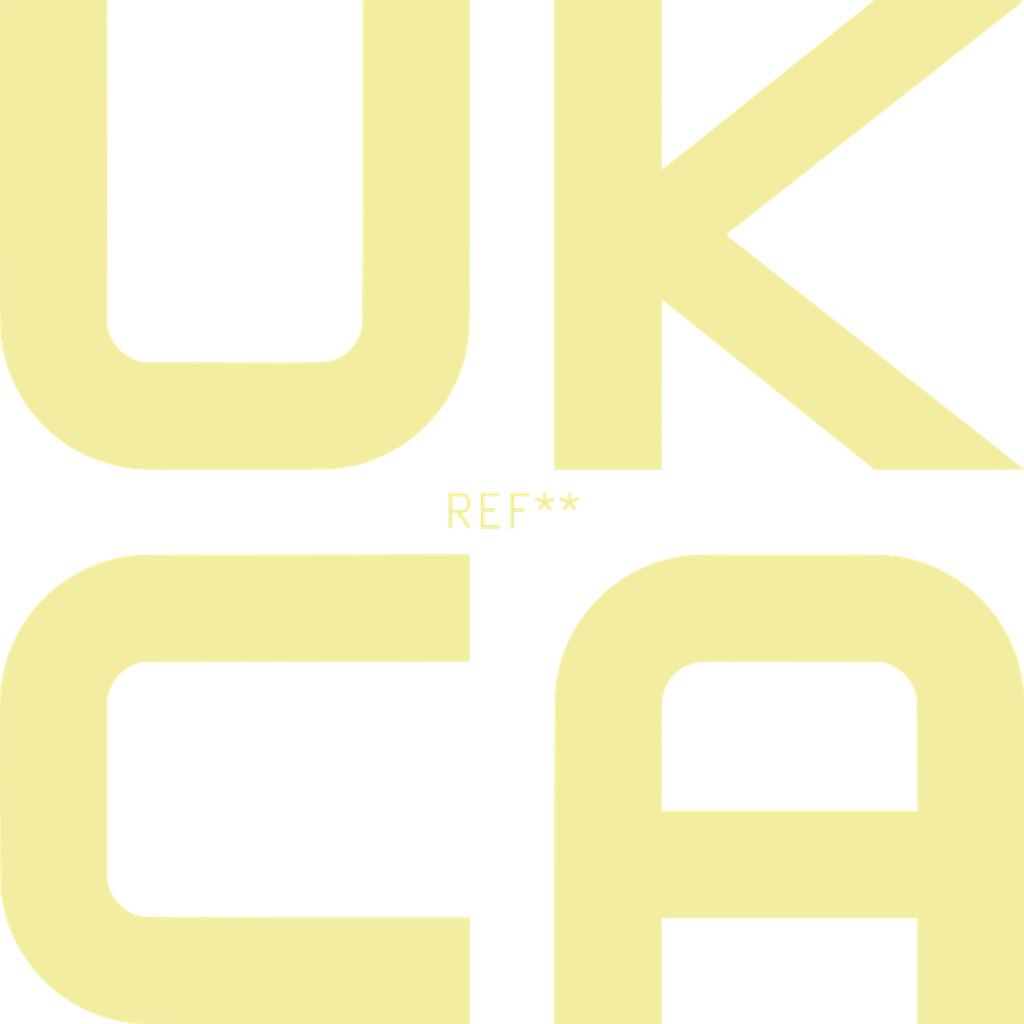
<source format=kicad_pcb>
(kicad_pcb (version 20240108) (generator pcbnew)
  (layers (0 "F.Cu" signal) (31 "B.Cu" signal) (34 "B.Paste" user) (35 "F.Paste" user) (36 "B.SilkS" user "B.Silkscreen") (37 "F.SilkS" user "F.Silkscreen") (38 "B.Mask" user) (39 "F.Mask" user) (44 "Edge.Cuts" user))
  (net 0 "")
  (footprint "UKCA-Logo_40x40mm_SilkScreen" (layer "F.Cu") (at 0 0)
    (property "Reference" "REF**")
    (property "Value" "UKCA-Logo_40x40mm_SilkScreen")
    (fp_poly (pts (xy 5.842 -16.689917) (xy 5.842066 -16.318965) (xy 5.842262 -15.959685) (xy 5.842578 -15.614343) (xy 5.843009 -15.285205) (xy 5.843546 -14.974534) (xy 5.844183 -14.684597) (xy 5.844913 -14.41766) (xy 5.845727 -14.175986) (xy 5.846619 -13.961841) (xy 5.847581 -13.777491) (xy 5.848607 -13.625201) (xy 5.849688 -13.507236) (xy 5.850819 -13.425861) (xy 5.85199 -13.383341) (xy 5.852632 -13.377334) (xy 5.869876 -13.390375) (xy 5.918768 -13.428752) (xy 5.997904 -13.491345) (xy 6.105883 -13.577037) (xy 6.2413 -13.684707) (xy 6.402756 -13.813237) (xy 6.588846 -13.961507) (xy 6.798168 -14.128399) (xy 7.029321 -14.312793) (xy 7.280901 -14.513571) (xy 7.551507 -14.729614) (xy 7.839736 -14.959801) (xy 8.144186 -15.203015) (xy 8.463453 -15.458137) (xy 8.796137 -15.724046) (xy 9.140834 -15.999625) (xy 9.496142 -16.283753) (xy 9.860659 -16.575313) (xy 10.003918 -16.689917) (xy 14.144572 -20.0025) (xy 17.07824 -20.0025) (xy 17.489059 -20.002489) (xy 17.859589 -20.002437) (xy 18.191874 -20.002316) (xy 18.487957 -20.002098) (xy 18.749884 -20.001755) (xy 18.979697 -20.001258) (xy 19.179441 -20.00058) (xy 19.35116 -19.999693) (xy 19.496899 -19.998568) (xy 19.6187 -19.997177) (xy 19.718609 -19.995492) (xy 19.798668 -19.993486) (xy 19.860923 -19.991129) (xy 19.907417 -19.988394) (xy 19.940195 -19.985254) (xy 19.9613 -19.981678) (xy 19.972776 -19.977641) (xy 19.976668 -19.973113) (xy 19.975019 -19.968066) (xy 19.970162 -19.962747) (xy 19.950516 -19.946793) (xy 19.898782 -19.905657) (xy 19.816171 -19.840293) (xy 19.703896 -19.751652) (xy 19.563171 -19.64069) (xy 19.395208 -19.50836) (xy 19.201219 -19.355615) (xy 18.982418 -19.183409) (xy 18.740016 -18.992696) (xy 18.475228 -18.784429) (xy 18.189265 -18.559561) (xy 17.88334 -18.319047) (xy 17.558667 -18.063839) (xy 17.216457 -17.794892) (xy 16.857924 -17.513159) (xy 16.48428 -17.219594) (xy 16.096739 -16.91515) (xy 15.696512 -16.60078) (xy 15.284812 -16.277439) (xy 14.862853 -15.94608) (xy 14.431847 -15.607657) (xy 14.19225 -15.419544) (xy 13.756745 -15.077606) (xy 13.3296 -14.742183) (xy 12.912028 -14.414232) (xy 12.505245 -14.094705) (xy 12.110463 -13.78456) (xy 11.728897 -13.484749) (xy 11.36176 -13.196229) (xy 11.010268 -12.919953) (xy 10.675633 -12.656878) (xy 10.35907 -12.407958) (xy 10.061793 -12.174147) (xy 9.785016 -11.956401) (xy 9.529953 -11.755675) (xy 9.297817 -11.572923) (xy 9.089824 -11.409101) (xy 8.907186 -11.265163) (xy 8.751119 -11.142064) (xy 8.622835 -11.040759) (xy 8.52355 -10.962203) (xy 8.454476 -10.907351) (xy 8.416829 -10.877158) (xy 8.409972 -10.871423) (xy 8.363861 -10.82675) (xy 14.18318 -6.255538) (xy 14.621326 -5.911317) (xy 15.050879 -5.573754) (xy 15.470647 -5.243789) (xy 15.879437 -4.922362) (xy 16.276058 -4.610412) (xy 16.659317 -4.308881) (xy 17.028021 -4.018708) (xy 17.380978 -3.740833) (xy 17.716996 -3.476196) (xy 18.034881 -3.225737) (xy 18.333443 -2.990397) (xy 18.611489 -2.771115) (xy 18.867825 -2.568832) (xy 19.10126 -2.384488) (xy 19.310601 -2.219022) (xy 19.494656 -2.073374) (xy 19.652233 -1.948486) (xy 19.782138 -1.845296) (xy 19.883181 -1.764745) (xy 19.954167 -1.707774) (xy 19.993906 -1.675321) (xy 20.0025 -1.667663) (xy 19.981735 -1.665677) (xy 19.921051 -1.663758) (xy 19.82286 -1.661921) (xy 19.689576 -1.660179) (xy 19.523612 -1.658546) (xy 19.327382 -1.657035) (xy 19.103299 -1.65566) (xy 18.853777 -1.654436) (xy 18.581228 -1.653376) (xy 18.288066 -1.652493) (xy 17.976705 -1.651802) (xy 17.649558 -1.651317) (xy 17.309039 -1.65105) (xy 17.084142 -1.651) (xy 14.165784 -1.651) (xy 10.009183 -4.976287) (xy 5.852583 -8.301574) (xy 5.847225 -4.976287) (xy 5.841868 -1.651) (xy 1.651 -1.651) (xy 1.651 -20.0025) (xy 5.842 -20.0025) (xy 5.842 -16.689917)) (layer "F.SilkS") (stroke (width 0.01)) (fill solid))
    (fp_poly (pts (xy -1.651 5.841523) (xy -14.44625 5.852583) (xy -14.604421 5.901588) (xy -14.863726 6.002555) (xy -15.096011 6.135885) (xy -15.300143 6.300444) (xy -15.474988 6.495098) (xy -15.61941 6.718711) (xy -15.732275 6.97015) (xy -15.762663 7.059871) (xy -15.822084 7.249583) (xy -15.822084 14.38275) (xy -15.77497 14.559382) (xy -15.685951 14.815559) (xy -15.563156 15.048371) (xy -15.40928 15.255428) (xy -15.227013 15.434341) (xy -15.019049 15.582721) (xy -14.788081 15.698178) (xy -14.536801 15.778324) (xy -14.365344 15.810149) (xy -14.328965 15.812642) (xy -14.257353 15.814981) (xy -14.150091 15.817168) (xy -14.006765 15.819204) (xy -13.826957 15.82109) (xy -13.610254 15.822828) (xy -13.356238 15.824419) (xy -13.064494 15.825866) (xy -12.734606 15.827168) (xy -12.366159 15.828329) (xy -11.958737 15.829348) (xy -11.511924 15.830229) (xy -11.025304 15.830971) (xy -10.498462 15.831577) (xy -9.930982 15.832048) (xy -9.322448 15.832386) (xy -8.672445 15.832591) (xy -7.980556 15.832666) (xy -1.651 15.832666) (xy -1.651 20.0025) (xy -8.154459 19.999718) (xy -8.678162 19.999439) (xy -9.191712 19.999057) (xy -9.693445 19.998579) (xy -10.181693 19.998007) (xy -10.654791 19.997348) (xy -11.111072 19.996607) (xy -11.54887 19.995787) (xy -11.966519 19.994895) (xy -12.362353 19.993936) (xy -12.734706 19.992913) (xy -13.081911 19.991833) (xy -13.402303 19.9907) (xy -13.694215 19.989519) (xy -13.955981 19.988295) (xy -14.185935 19.987033) (xy -14.382411 19.985739) (xy -14.543742 19.984416) (xy -14.668263 19.98307) (xy -14.754307 19.981706) (xy -14.800209 19.980329) (xy -14.806084 19.979894) (xy -15.30354 19.901941) (xy -15.786311 19.78481) (xy -16.252737 19.629601) (xy -16.70116 19.437414) (xy -17.129923 19.20935) (xy -17.537367 18.946508) (xy -17.921834 18.649991) (xy -18.281665 18.320897) (xy -18.615204 17.960327) (xy -18.92079 17.569381) (xy -19.196768 17.149161) (xy -19.27563 17.013861) (xy -19.476531 16.621319) (xy -19.64788 16.204845) (xy -19.790572 15.761828) (xy -19.905503 15.289658) (xy -19.953345 15.038916) (xy -19.957923 15.01039) (xy -19.96212 14.978311) (xy -19.965957 14.940773) (xy -19.969456 14.895873) (xy -19.972636 14.841704) (xy -19.975519 14.776361) (xy -19.978126 14.69794) (xy -19.980477 14.604535) (xy -19.982593 14.494242) (xy -19.984494 14.365155) (xy -19.986203 14.21537) (xy -19.987739 14.042981) (xy -19.989123 13.846083) (xy -19.990375 13.622771) (xy -19.991518 13.37114) (xy -19.992571 13.089285) (xy -19.993555 12.775301) (xy -19.994492 12.427283) (xy -19.995401 12.043326) (xy -19.996304 11.621525) (xy -19.997221 11.159974) (xy -19.997555 10.9855) (xy -19.998472 10.451589) (xy -19.999108 9.959063) (xy -19.999461 9.506974) (xy -19.999527 9.094374) (xy -19.999301 8.720315) (xy -19.998781 8.383849) (xy -19.997961 8.084028) (xy -19.996839 7.819905) (xy -19.995411 7.590531) (xy -19.993672 7.394959) (xy -19.99162 7.232241) (xy -19.98925 7.101428) (xy -19.986558 7.001574) (xy -19.983542 6.93173) (xy -19.981248 6.900333) (xy -19.913853 6.423072) (xy -19.805562 5.952399) (xy -19.657658 5.491302) (xy -19.471423 5.042766) (xy -19.248143 4.609778) (xy -18.989099 4.195325) (xy -18.695576 3.802393) (xy -18.601754 3.690051) (xy -18.264765 3.328591) (xy -17.901818 3.000363) (xy -17.513729 2.705807) (xy -17.101318 2.445367) (xy -16.665402 2.219484) (xy -16.2068 2.0286) (xy -15.726328 1.873158) (xy -15.224806 1.753599) (xy -14.919941 1.700158) (xy -14.894889 1.696625) (xy -14.866542 1.69332) (xy -14.833461 1.690232) (xy -14.794208 1.687353) (xy -14.747346 1.684673) (xy -14.691437 1.682184) (xy -14.625043 1.679875) (xy -14.546727 1.677738) (xy -14.455051 1.675763) (xy -14.348577 1.673941) (xy -14.225867 1.672264) (xy -14.085483 1.670721) (xy -13.925989 1.669303) (xy -13.745945 1.668001) (xy -13.543915 1.666806) (xy -13.31846 1.665709) (xy -13.068143 1.6647) (xy -12.791526 1.66377) (xy -12.487171 1.66291) (xy -12.153641 1.66211) (xy -11.789498 1.661362) (xy -11.393304 1.660656) (xy -10.963621 1.659983) (xy -10.499011 1.659333) (xy -9.998038 1.658698) (xy -9.459262 1.658068) (xy -8.881247 1.657433) (xy -8.262554 1.656785) (xy -8.165042 1.656685) (xy -1.651 1.650016) (xy -1.651 5.841523)) (layer "F.SilkS") (stroke (width 0.01)) (fill solid))
    (fp_poly (pts (xy -15.827648 -13.636625) (xy -15.822084 -7.27075) (xy -15.774583 -7.101417) (xy -15.680929 -6.841975) (xy -15.553272 -6.606898) (xy -15.393533 -6.398156) (xy -15.203631 -6.217716) (xy -14.985486 -6.067549) (xy -14.741019 -5.949621) (xy -14.604421 -5.901782) (xy -14.44625 -5.85297) (xy -10.923225 -5.847061) (xy -10.458614 -5.846271) (xy -10.034356 -5.845568) (xy -9.648468 -5.845006) (xy -9.29897 -5.844641) (xy -8.98388 -5.844527) (xy -8.701217 -5.844721) (xy -8.449 -5.845277) (xy -8.225247 -5.846251) (xy -8.027978 -5.847697) (xy -7.85521 -5.849671) (xy -7.704964 -5.852229) (xy -7.575257 -5.855424) (xy -7.464108 -5.859314) (xy -7.369536 -5.863952) (xy -7.289559 -5.869394) (xy -7.222198 -5.875696) (xy -7.165469 -5.882912) (xy -7.117392 -5.891098) (xy -7.075987 -5.900308) (xy -7.03927 -5.910599) (xy -7.005262 -5.922025) (xy -6.97198 -5.934642) (xy -6.937444 -5.948505) (xy -6.911761 -5.958859) (xy -6.724015 -6.044634) (xy -6.562177 -6.144159) (xy -6.410135 -6.268065) (xy -6.337602 -6.33762) (xy -6.162736 -6.53971) (xy -6.026555 -6.758351) (xy -5.927884 -6.995834) (xy -5.865547 -7.254453) (xy -5.864612 -7.260167) (xy -5.862141 -7.293972) (xy -5.859821 -7.364187) (xy -5.857649 -7.47116) (xy -5.855626 -7.61524) (xy -5.85375 -7.796778) (xy -5.852019 -8.016121) (xy -5.850433 -8.273619) (xy -5.848989 -8.569622) (xy -5.847688 -8.904478) (xy -5.846527 -9.278536) (xy -5.845506 -9.692147) (xy -5.844623 -10.145658) (xy -5.843877 -10.639418) (xy -5.843267 -11.173778) (xy -5.842791 -11.749087) (xy -5.842449 -12.365692) (xy -5.842239 -13.023944) (xy -5.84216 -13.700125) (xy -5.842 -20.0025) (xy -1.651 -20.0025) (xy -1.651052 -13.689542) (xy -1.651133 -12.997941) (xy -1.651363 -12.342476) (xy -1.651742 -11.723528) (xy -1.652268 -11.141474) (xy -1.65294 -10.596694) (xy -1.653756 -10.089567) (xy -1.654715 -9.620472) (xy -1.655817 -9.189788) (xy -1.657059 -8.797894) (xy -1.658441 -8.445168) (xy -1.659962 -8.13199) (xy -1.661619 -7.858739) (xy -1.663412 -7.625794) (xy -1.66534 -7.433533) (xy -1.667401 -7.282336) (xy -1.669595 -7.172581) (xy -1.671919 -7.104649) (xy -1.672762 -7.090834) (xy -1.73065 -6.587118) (xy -1.826865 -6.100942) (xy -1.96185 -5.631146) (xy -2.136049 -5.176571) (xy -2.349906 -4.736058) (xy -2.603865 -4.308449) (xy -2.896771 -3.894667) (xy -2.981575 -3.791501) (xy -3.092038 -3.668244) (xy -3.221183 -3.531768) (xy -3.362033 -3.388945) (xy -3.50761 -3.246646) (xy -3.650937 -3.111743) (xy -3.785036 -2.991108) (xy -3.90293 -2.891611) (xy -3.961785 -2.845812) (xy -4.382437 -2.557267) (xy -4.815501 -2.309148) (xy -5.261588 -2.101228) (xy -5.721312 -1.933278) (xy -6.195284 -1.805067) (xy -6.684117 -1.716369) (xy -7.101417 -1.672603) (xy -7.148072 -1.670784) (xy -7.234294 -1.669046) (xy -7.357315 -1.667393) (xy -7.51437 -1.665827) (xy -7.702692 -1.66435) (xy -7.919515 -1.662966) (xy -8.162071 -1.661677) (xy -8.427594 -1.660486) (xy -8.713318 -1.659395) (xy -9.016476 -1.658408) (xy -9.334302 -1.657527) (xy -9.664028 -1.656754) (xy -10.002888 -1.656093) (xy -10.348116 -1.655547) (xy -10.696945 -1.655117) (xy -11.046609 -1.654806) (xy -11.394341 -1.654619) (xy -11.737374 -1.654556) (xy -12.072942 -1.65462) (xy -12.398277 -1.654816) (xy -12.710615 -1.655144) (xy -13.007187 -1.655608) (xy -13.285228 -1.656211) (xy -13.541971 -1.656956) (xy -13.774649 -1.657844) (xy -13.980496 -1.658879) (xy -14.156744 -1.660064) (xy -14.300629 -1.6614) (xy -14.409382 -1.662892) (xy -14.480237 -1.664541) (xy -14.499167 -1.665344) (xy -14.969846 -1.712262) (xy -15.439484 -1.799302) (xy -15.903483 -1.924706) (xy -16.357245 -2.086715) (xy -16.796172 -2.283572) (xy -17.215665 -2.51352) (xy -17.611125 -2.774799) (xy -17.822154 -2.935576) (xy -18.19383 -3.260556) (xy -18.535268 -3.614168) (xy -18.84501 -3.994041) (xy -19.121596 -4.397803) (xy -19.363568 -4.823082) (xy -19.569465 -5.267507) (xy -19.737829 -5.728706) (xy -19.867201 -6.204307) (xy -19.885913 -6.289739) (xy -19.896892 -6.341032) (xy -19.907161 -6.388454) (xy -19.916743 -6.433479) (xy -19.925663 -6.477581) (xy -19.933943 -6.522236) (xy -19.941607 -6.568918) (xy -19.94868 -6.619102) (xy -19.955185 -6.67426) (xy -19.961145 -6.73587) (xy -19.966584 -6.805403) (xy -19.971527 -6.884336) (xy -19.975996 -6.974143) (xy -19.980016 -7.076297) (xy -19.98361 -7.192274) (xy -19.986802 -7.323548) (xy -19.989615 -7.471593) (xy -19.992074 -7.637885) (xy -19.994201 -7.823896) (xy -19.996021 -8.031103) (xy -19.997558 -8.260979) (xy -19.998834 -8.514998) (xy -19.999875 -8.794636) (xy -20.000703 -9.101366) (xy -20.001342 -9.436664) (xy -20.001816 -9.802003) (xy -20.002148 -10.198859) (xy -20.002363 -10.628705) (xy -20.002484 -11.093015) (xy -20.002534 -11.593266) (xy -20.002538 -12.13093) (xy -20.002519 -12.707483) (xy -20.002501 -13.324399) (xy -20.0025 -13.541246) (xy -20.0025 -20.0025) (xy -15.833213 -20.0025) (xy -15.827648 -13.636625)) (layer "F.SilkS") (stroke (width 0.01)) (fill solid))
    (fp_poly (pts (xy 10.461116 1.661572) (xy 10.816166 1.661583) (xy 11.294987 1.661571) (xy 11.733512 1.661571) (xy 12.133778 1.661635) (xy 12.497824 1.661816) (xy 12.827685 1.662167) (xy 13.125399 1.662738) (xy 13.393005 1.663585) (xy 13.632539 1.664757) (xy 13.846038 1.666309) (xy 14.03554 1.668293) (xy 14.203082 1.670761) (xy 14.350702 1.673765) (xy 14.480437 1.677359) (xy 14.594324 1.681595) (xy 14.6944 1.686524) (xy 14.782704 1.692201) (xy 14.861272 1.698676) (xy 14.932142 1.706004) (xy 14.997351 1.714235) (xy 15.058936 1.723423) (xy 15.118935 1.733621) (xy 15.179385 1.74488) (xy 15.242324 1.757253) (xy 15.309788 1.770793) (xy 15.347523 1.77835) (xy 15.665141 1.850094) (xy 15.96417 1.936156) (xy 16.257401 2.04098) (xy 16.557623 2.169014) (xy 16.785166 2.278001) (xy 17.216988 2.516319) (xy 17.623395 2.787491) (xy 18.002964 3.08949) (xy 18.354273 3.420292) (xy 18.675898 3.777872) (xy 18.966418 4.160205) (xy 19.224409 4.565265) (xy 19.448449 4.991028) (xy 19.637115 5.435468) (xy 19.788984 5.89656) (xy 19.902633 6.37228) (xy 19.971278 6.813084) (xy 19.974325 6.843486) (xy 19.977173 6.881781) (xy 19.979827 6.929369) (xy 19.982295 6.987652) (xy 19.984582 7.058028) (xy 19.986696 7.1419) (xy 19.988642 7.240666) (xy 19.990428 7.355728) (xy 19.992059 7.488485) (xy 19.993543 7.640339) (xy 19.994886 7.812689) (xy 19.996094 8.006936) (xy 19.997173 8.224481) (xy 19.998131 8.466723) (xy 19.998974 8.735063) (xy 19.999708 9.030902) (xy 20.000339 9.35564) (xy 20.000875 9.710677) (xy 20.001322 10.097414) (xy 20.001686 10.517251) (xy 20.001974 10.971588) (xy 20.002192 11.461826) (xy 20.002346 11.989366) (xy 20.002444 12.555607) (xy 20.002492 13.16195) (xy 20.0025 13.541245) (xy 20.0025 20.0025) (xy 15.832666 20.0025) (xy 15.832666 15.853833) (xy 5.842 15.853833) (xy 5.842 20.0025) (xy 1.651 20.0025) (xy 1.651051 13.689541) (xy 1.651131 13.007111) (xy 1.651359 12.359255) (xy 1.651734 11.746446) (xy 1.651809 11.662833) (xy 5.842 11.662833) (xy 15.834158 11.662833) (xy 15.827731 9.466791) (xy 15.826691 9.114098) (xy 15.825715 8.801154) (xy 15.824747 8.525373) (xy 15.823727 8.284173) (xy 15.822596 8.074966) (xy 15.821297 7.895171) (xy 15.819771 7.742201) (xy 15.817959 7.613472) (xy 15.815802 7.506399) (xy 15.813243 7.418399) (xy 15.810223 7.346886) (xy 15.806683 7.289276) (xy 15.802565 7.242984) (xy 15.797811 7.205425) (xy 15.792361 7.174016) (xy 15.786157 7.146172) (xy 15.779141 7.119307) (xy 15.774193 7.101416) (xy 15.681277 6.842443) (xy 15.554294 6.607745) (xy 15.39514 6.399267) (xy 15.205716 6.218957) (xy 14.987918 6.068762) (xy 14.743646 5.950629) (xy 14.60442 5.901784) (xy 14.44625 5.852975) (xy 10.943166 5.846449) (xy 10.443793 5.845617) (xy 9.985621 5.845062) (xy 9.567517 5.84479) (xy 9.18835 5.844806) (xy 8.846988 5.845115) (xy 8.542298 5.845723) (xy 8.273149 5.846636) (xy 8.03841 5.847857) (xy 7.836947 5.849394) (xy 7.667629 5.851251) (xy 7.529325 5.853434) (xy 7.420901 5.855947) (xy 7.341227 5.858797) (xy 7.28917 5.861988) (xy 7.272527 5.8638) (xy 7.02112 5.920326) (xy 6.784845 6.014177) (xy 6.567195 6.141976) (xy 6.371666 6.300346) (xy 6.201752 6.485909) (xy 6.060949 6.695288) (xy 5.95275 6.925106) (xy 5.880651 7.171986) (xy 5.871886 7.217363) (xy 5.86703 7.252665) (xy 5.862716 7.302521) (xy 5.858916 7.369219) (xy 5.855599 7.455047) (xy 5.852738 7.562293) (xy 5.850303 7.693246) (xy 5.848265 7.850194) (xy 5.846595 8.035426) (xy 5.845265 8.251228) (xy 5.844245 8.499891) (xy 5.843507 8.783701) (xy 5.843021 9.104948) (xy 5.842759 9.465919) (xy 5.842738 9.519708) (xy 5.842 11.662833) (xy 1.651809 11.662833) (xy 1.652254 11.169155) (xy 1.652917 10.627851) (xy 1.653722 10.123007) (xy 1.654667 9.655092) (xy 1.655751 9.224578) (xy 1.656972 8.831935) (xy 1.658329 8.477634) (xy 1.659821 8.162147) (xy 1.661444 7.885944) (xy 1.663199 7.649496) (xy 1.665084 7.453274) (xy 1.667096 7.297748) (xy 1.669235 7.18339) (xy 1.671499 7.11067) (xy 1.672619 7.090833) (xy 1.730989 6.585566) (xy 1.828771 6.09555) (xy 1.965805 5.621197) (xy 2.141927 5.162916) (xy 2.356977 4.721119) (xy 2.610792 4.296219) (xy 2.903211 3.888624) (xy 2.960831 3.816013) (xy 3.058906 3.70105) (xy 3.181224 3.568123) (xy 3.319565 3.425323) (xy 3.465714 3.280739) (xy 3.611451 3.142461) (xy 3.748558 3.018577) (xy 3.868818 2.917177) (xy 3.894666 2.896771) (xy 4.284275 2.619305) (xy 4.696775 2.373001) (xy 5.126979 2.160266) (xy 5.569695 1.983506) (xy 6.019737 1.845126) (xy 6.307666 1.77813) (xy 6.376749 1.76397) (xy 6.439989 1.751004) (xy 6.499413 1.739179) (xy 6.557054 1.728443) (xy 6.614939 1.718744) (xy 6.675101 1.710028) (xy 6.739567 1.702244) (xy 6.810368 1.695338) (xy 6.889534 1.689259) (xy 6.979095 1.683955) (xy 7.08108 1.679371) (xy 7.19752 1.675457) (xy 7.330444 1.672159) (xy 7.481883 1.669426) (xy 7.653865 1.667204) (xy 7.848421 1.665441) (xy 8.067581 1.664085) (xy 8.313375 1.663083) (xy 8.587832 1.662383) (xy 8.892983 1.661932) (xy 9.230857 1.661678) (xy 9.603483 1.661569) (xy 10.012893 1.661551) (xy 10.461116 1.661572)) (layer "F.SilkS") (stroke (width 0.01)) (fill solid))
  )
)
</source>
